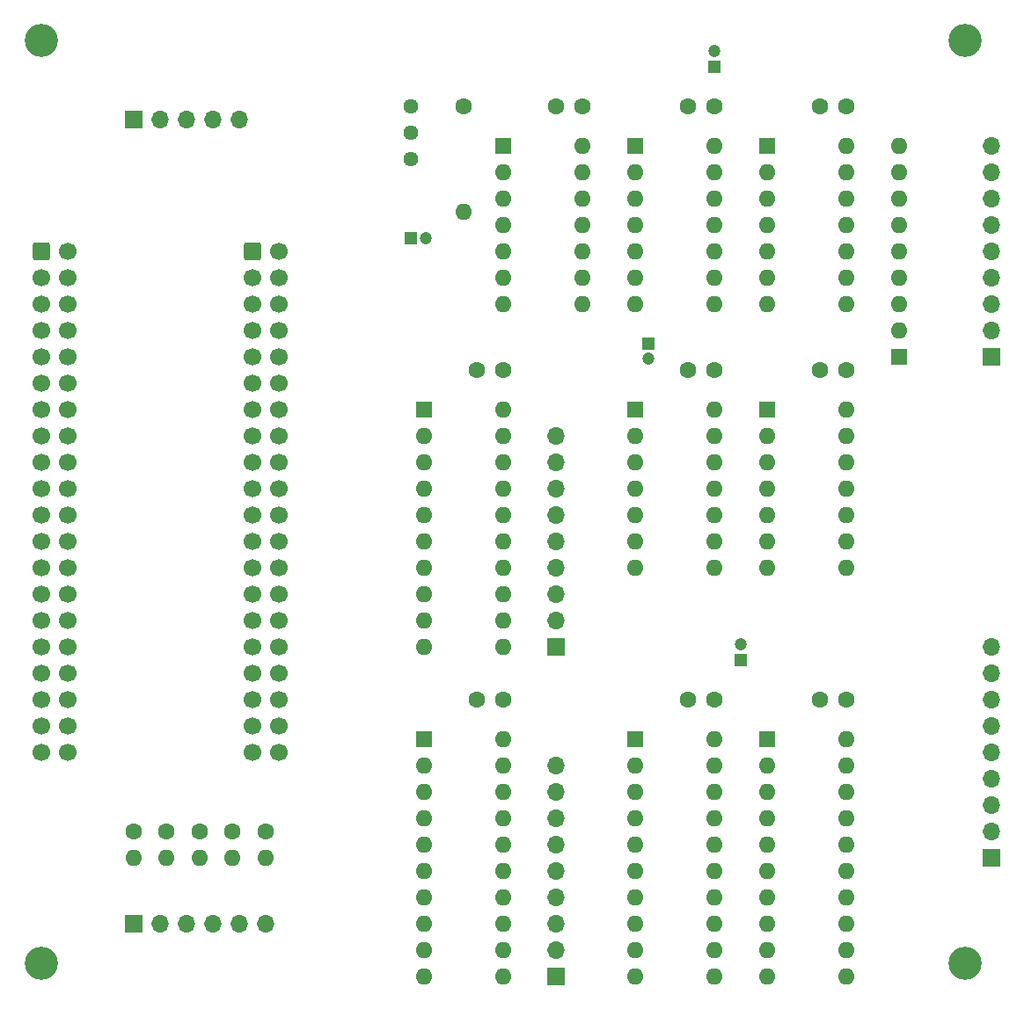
<source format=gbs>
G04 #@! TF.GenerationSoftware,KiCad,Pcbnew,(7.0.0)*
G04 #@! TF.CreationDate,2023-04-25T22:37:33+02:00*
G04 #@! TF.ProjectId,cdp-leddriver,6364702d-6c65-4646-9472-697665722e6b,1*
G04 #@! TF.SameCoordinates,Original*
G04 #@! TF.FileFunction,Soldermask,Bot*
G04 #@! TF.FilePolarity,Negative*
%FSLAX46Y46*%
G04 Gerber Fmt 4.6, Leading zero omitted, Abs format (unit mm)*
G04 Created by KiCad (PCBNEW (7.0.0)) date 2023-04-25 22:37:33*
%MOMM*%
%LPD*%
G01*
G04 APERTURE LIST*
G04 Aperture macros list*
%AMRoundRect*
0 Rectangle with rounded corners*
0 $1 Rounding radius*
0 $2 $3 $4 $5 $6 $7 $8 $9 X,Y pos of 4 corners*
0 Add a 4 corners polygon primitive as box body*
4,1,4,$2,$3,$4,$5,$6,$7,$8,$9,$2,$3,0*
0 Add four circle primitives for the rounded corners*
1,1,$1+$1,$2,$3*
1,1,$1+$1,$4,$5*
1,1,$1+$1,$6,$7*
1,1,$1+$1,$8,$9*
0 Add four rect primitives between the rounded corners*
20,1,$1+$1,$2,$3,$4,$5,0*
20,1,$1+$1,$4,$5,$6,$7,0*
20,1,$1+$1,$6,$7,$8,$9,0*
20,1,$1+$1,$8,$9,$2,$3,0*%
G04 Aperture macros list end*
%ADD10R,1.600000X1.600000*%
%ADD11O,1.600000X1.600000*%
%ADD12C,1.600000*%
%ADD13RoundRect,0.250000X-0.600000X-0.600000X0.600000X-0.600000X0.600000X0.600000X-0.600000X0.600000X0*%
%ADD14C,1.700000*%
%ADD15C,3.200000*%
%ADD16R,1.700000X1.700000*%
%ADD17O,1.700000X1.700000*%
%ADD18R,1.200000X1.200000*%
%ADD19C,1.200000*%
%ADD20C,1.440000*%
G04 APERTURE END LIST*
D10*
X182879999Y-60959999D03*
D11*
X182879999Y-63499999D03*
X182879999Y-66039999D03*
X182879999Y-68579999D03*
X182879999Y-71119999D03*
X182879999Y-73659999D03*
X182879999Y-76199999D03*
X190499999Y-76199999D03*
X190499999Y-73659999D03*
X190499999Y-71119999D03*
X190499999Y-68579999D03*
X190499999Y-66039999D03*
X190499999Y-63499999D03*
X190499999Y-60959999D03*
D12*
X128270000Y-127000000D03*
D11*
X128269999Y-129539999D03*
D12*
X157480000Y-114300000D03*
X154980000Y-114300000D03*
D13*
X113030000Y-71120000D03*
D14*
X115570000Y-71120000D03*
X113030000Y-73660000D03*
X115570000Y-73660000D03*
X113030000Y-76200000D03*
X115570000Y-76200000D03*
X113030000Y-78740000D03*
X115570000Y-78740000D03*
X113030000Y-81280000D03*
X115570000Y-81280000D03*
X113030000Y-83820000D03*
X115570000Y-83820000D03*
X113030000Y-86360000D03*
X115570000Y-86360000D03*
X113030000Y-88900000D03*
X115570000Y-88900000D03*
X113030000Y-91440000D03*
X115570000Y-91440000D03*
X113030000Y-93980000D03*
X115570000Y-93980000D03*
X113030000Y-96520000D03*
X115570000Y-96520000D03*
X113030000Y-99060000D03*
X115570000Y-99060000D03*
X113030000Y-101600000D03*
X115570000Y-101600000D03*
X113030000Y-104140000D03*
X115570000Y-104140000D03*
X113030000Y-106680000D03*
X115570000Y-106680000D03*
X113030000Y-109220000D03*
X115570000Y-109220000D03*
X113030000Y-111760000D03*
X115570000Y-111760000D03*
X113030000Y-114300000D03*
X115570000Y-114300000D03*
X113030000Y-116840000D03*
X115570000Y-116840000D03*
X113030000Y-119380000D03*
X115570000Y-119380000D03*
D10*
X149859999Y-118109999D03*
D11*
X149859999Y-120649999D03*
X149859999Y-123189999D03*
X149859999Y-125729999D03*
X149859999Y-128269999D03*
X149859999Y-130809999D03*
X149859999Y-133349999D03*
X149859999Y-135889999D03*
X149859999Y-138429999D03*
X149859999Y-140969999D03*
X157479999Y-140969999D03*
X157479999Y-138429999D03*
X157479999Y-135889999D03*
X157479999Y-133349999D03*
X157479999Y-130809999D03*
X157479999Y-128269999D03*
X157479999Y-125729999D03*
X157479999Y-123189999D03*
X157479999Y-120649999D03*
X157479999Y-118109999D03*
D10*
X182879999Y-86359999D03*
D11*
X182879999Y-88899999D03*
X182879999Y-91439999D03*
X182879999Y-93979999D03*
X182879999Y-96519999D03*
X182879999Y-99059999D03*
X182879999Y-101599999D03*
X190499999Y-101599999D03*
X190499999Y-99059999D03*
X190499999Y-96519999D03*
X190499999Y-93979999D03*
X190499999Y-91439999D03*
X190499999Y-88899999D03*
X190499999Y-86359999D03*
D13*
X133350000Y-71120000D03*
D14*
X135890000Y-71120000D03*
X133350000Y-73660000D03*
X135890000Y-73660000D03*
X133350000Y-76200000D03*
X135890000Y-76200000D03*
X133350000Y-78740000D03*
X135890000Y-78740000D03*
X133350000Y-81280000D03*
X135890000Y-81280000D03*
X133350000Y-83820000D03*
X135890000Y-83820000D03*
X133350000Y-86360000D03*
X135890000Y-86360000D03*
X133350000Y-88900000D03*
X135890000Y-88900000D03*
X133350000Y-91440000D03*
X135890000Y-91440000D03*
X133350000Y-93980000D03*
X135890000Y-93980000D03*
X133350000Y-96520000D03*
X135890000Y-96520000D03*
X133350000Y-99060000D03*
X135890000Y-99060000D03*
X133350000Y-101600000D03*
X135890000Y-101600000D03*
X133350000Y-104140000D03*
X135890000Y-104140000D03*
X133350000Y-106680000D03*
X135890000Y-106680000D03*
X133350000Y-109220000D03*
X135890000Y-109220000D03*
X133350000Y-111760000D03*
X135890000Y-111760000D03*
X133350000Y-114300000D03*
X135890000Y-114300000D03*
X133350000Y-116840000D03*
X135890000Y-116840000D03*
X133350000Y-119380000D03*
X135890000Y-119380000D03*
D10*
X182879999Y-118109999D03*
D11*
X182879999Y-120649999D03*
X182879999Y-123189999D03*
X182879999Y-125729999D03*
X182879999Y-128269999D03*
X182879999Y-130809999D03*
X182879999Y-133349999D03*
X182879999Y-135889999D03*
X182879999Y-138429999D03*
X182879999Y-140969999D03*
X190499999Y-140969999D03*
X190499999Y-138429999D03*
X190499999Y-135889999D03*
X190499999Y-133349999D03*
X190499999Y-130809999D03*
X190499999Y-128269999D03*
X190499999Y-125729999D03*
X190499999Y-123189999D03*
X190499999Y-120649999D03*
X190499999Y-118109999D03*
D15*
X113030000Y-50800000D03*
X201930000Y-50800000D03*
D16*
X162559999Y-140969999D03*
D17*
X162559999Y-138429999D03*
X162559999Y-135889999D03*
X162559999Y-133349999D03*
X162559999Y-130809999D03*
X162559999Y-128269999D03*
X162559999Y-125729999D03*
X162559999Y-123189999D03*
X162559999Y-120649999D03*
D12*
X121920000Y-127000000D03*
D11*
X121919999Y-129539999D03*
D12*
X165100000Y-57150000D03*
X162600000Y-57150000D03*
D16*
X121919999Y-58419999D03*
D17*
X124459999Y-58419999D03*
X126999999Y-58419999D03*
X129539999Y-58419999D03*
X132079999Y-58419999D03*
D12*
X190500000Y-82550000D03*
X188000000Y-82550000D03*
X190500000Y-114300000D03*
X188000000Y-114300000D03*
D10*
X157479999Y-60959999D03*
D11*
X157479999Y-63499999D03*
X157479999Y-66039999D03*
X157479999Y-68579999D03*
X157479999Y-71119999D03*
X157479999Y-73659999D03*
X157479999Y-76199999D03*
X165099999Y-76199999D03*
X165099999Y-73659999D03*
X165099999Y-71119999D03*
X165099999Y-68579999D03*
X165099999Y-66039999D03*
X165099999Y-63499999D03*
X165099999Y-60959999D03*
D10*
X195579999Y-81279999D03*
D11*
X195579999Y-78739999D03*
X195579999Y-76199999D03*
X195579999Y-73659999D03*
X195579999Y-71119999D03*
X195579999Y-68579999D03*
X195579999Y-66039999D03*
X195579999Y-63499999D03*
X195579999Y-60959999D03*
D10*
X170179999Y-60959999D03*
D11*
X170179999Y-63499999D03*
X170179999Y-66039999D03*
X170179999Y-68579999D03*
X170179999Y-71119999D03*
X170179999Y-73659999D03*
X170179999Y-76199999D03*
X177799999Y-76199999D03*
X177799999Y-73659999D03*
X177799999Y-71119999D03*
X177799999Y-68579999D03*
X177799999Y-66039999D03*
X177799999Y-63499999D03*
X177799999Y-60959999D03*
D18*
X148589999Y-69849999D03*
D19*
X150090000Y-69850000D03*
D15*
X201930000Y-139700000D03*
D12*
X177800000Y-57150000D03*
X175300000Y-57150000D03*
X134620000Y-127000000D03*
D11*
X134619999Y-129539999D03*
D12*
X190500000Y-57150000D03*
X188000000Y-57150000D03*
D16*
X162559999Y-109219999D03*
D17*
X162559999Y-106679999D03*
X162559999Y-104139999D03*
X162559999Y-101599999D03*
X162559999Y-99059999D03*
X162559999Y-96519999D03*
X162559999Y-93979999D03*
X162559999Y-91439999D03*
X162559999Y-88899999D03*
D16*
X121919999Y-135889999D03*
D17*
X124459999Y-135889999D03*
X126999999Y-135889999D03*
X129539999Y-135889999D03*
X132079999Y-135889999D03*
X134619999Y-135889999D03*
D20*
X148590000Y-57150000D03*
X148590000Y-59690000D03*
X148590000Y-62230000D03*
D12*
X177800000Y-82550000D03*
X175300000Y-82550000D03*
D18*
X171449999Y-80009999D03*
D19*
X171450000Y-81510000D03*
D10*
X170179999Y-118109999D03*
D11*
X170179999Y-120649999D03*
X170179999Y-123189999D03*
X170179999Y-125729999D03*
X170179999Y-128269999D03*
X170179999Y-130809999D03*
X170179999Y-133349999D03*
X170179999Y-135889999D03*
X170179999Y-138429999D03*
X170179999Y-140969999D03*
X177799999Y-140969999D03*
X177799999Y-138429999D03*
X177799999Y-135889999D03*
X177799999Y-133349999D03*
X177799999Y-130809999D03*
X177799999Y-128269999D03*
X177799999Y-125729999D03*
X177799999Y-123189999D03*
X177799999Y-120649999D03*
X177799999Y-118109999D03*
D12*
X177800000Y-114300000D03*
X175300000Y-114300000D03*
X157480000Y-82550000D03*
X154980000Y-82550000D03*
D18*
X180339999Y-110489999D03*
D19*
X180340000Y-108990000D03*
D16*
X204469999Y-81279999D03*
D17*
X204469999Y-78739999D03*
X204469999Y-76199999D03*
X204469999Y-73659999D03*
X204469999Y-71119999D03*
X204469999Y-68579999D03*
X204469999Y-66039999D03*
X204469999Y-63499999D03*
X204469999Y-60959999D03*
D16*
X204469999Y-129539999D03*
D17*
X204469999Y-126999999D03*
X204469999Y-124459999D03*
X204469999Y-121919999D03*
X204469999Y-119379999D03*
X204469999Y-116839999D03*
X204469999Y-114299999D03*
X204469999Y-111759999D03*
X204469999Y-109219999D03*
D10*
X170179999Y-86359999D03*
D11*
X170179999Y-88899999D03*
X170179999Y-91439999D03*
X170179999Y-93979999D03*
X170179999Y-96519999D03*
X170179999Y-99059999D03*
X170179999Y-101599999D03*
X177799999Y-101599999D03*
X177799999Y-99059999D03*
X177799999Y-96519999D03*
X177799999Y-93979999D03*
X177799999Y-91439999D03*
X177799999Y-88899999D03*
X177799999Y-86359999D03*
D12*
X131445000Y-127000000D03*
D11*
X131444999Y-129539999D03*
D15*
X113030000Y-139700000D03*
D12*
X153670000Y-57150000D03*
D11*
X153669999Y-67309999D03*
D18*
X177799999Y-53339999D03*
D19*
X177800000Y-51840000D03*
D10*
X149859999Y-86359999D03*
D11*
X149859999Y-88899999D03*
X149859999Y-91439999D03*
X149859999Y-93979999D03*
X149859999Y-96519999D03*
X149859999Y-99059999D03*
X149859999Y-101599999D03*
X149859999Y-104139999D03*
X149859999Y-106679999D03*
X149859999Y-109219999D03*
X157479999Y-109219999D03*
X157479999Y-106679999D03*
X157479999Y-104139999D03*
X157479999Y-101599999D03*
X157479999Y-99059999D03*
X157479999Y-96519999D03*
X157479999Y-93979999D03*
X157479999Y-91439999D03*
X157479999Y-88899999D03*
X157479999Y-86359999D03*
D12*
X125095000Y-127000000D03*
D11*
X125094999Y-129539999D03*
M02*

</source>
